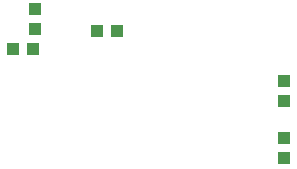
<source format=gbr>
%TF.GenerationSoftware,KiCad,Pcbnew,(6.0.7)*%
%TF.CreationDate,2022-08-30T17:29:13+02:00*%
%TF.ProjectId,bmp_entropia,626d705f-656e-4747-926f-7069612e6b69,rev?*%
%TF.SameCoordinates,Original*%
%TF.FileFunction,Paste,Bot*%
%TF.FilePolarity,Positive*%
%FSLAX46Y46*%
G04 Gerber Fmt 4.6, Leading zero omitted, Abs format (unit mm)*
G04 Created by KiCad (PCBNEW (6.0.7)) date 2022-08-30 17:29:13*
%MOMM*%
%LPD*%
G01*
G04 APERTURE LIST*
%ADD10R,1.000000X1.100000*%
%ADD11R,1.100000X1.000000*%
G04 APERTURE END LIST*
D10*
%TO.C,R13*%
X140257100Y-104890600D03*
X141957100Y-104890600D03*
%TD*%
%TO.C,C2*%
X163205100Y-109296600D03*
X163205100Y-107596600D03*
%TD*%
%TO.C,C1*%
X163205100Y-114122600D03*
X163205100Y-112422600D03*
%TD*%
%TO.C,R14*%
X147369100Y-103366600D03*
X149069100Y-103366600D03*
%TD*%
D11*
%TO.C,R12*%
X142123100Y-101500600D03*
X142123100Y-103200600D03*
%TD*%
M02*

</source>
